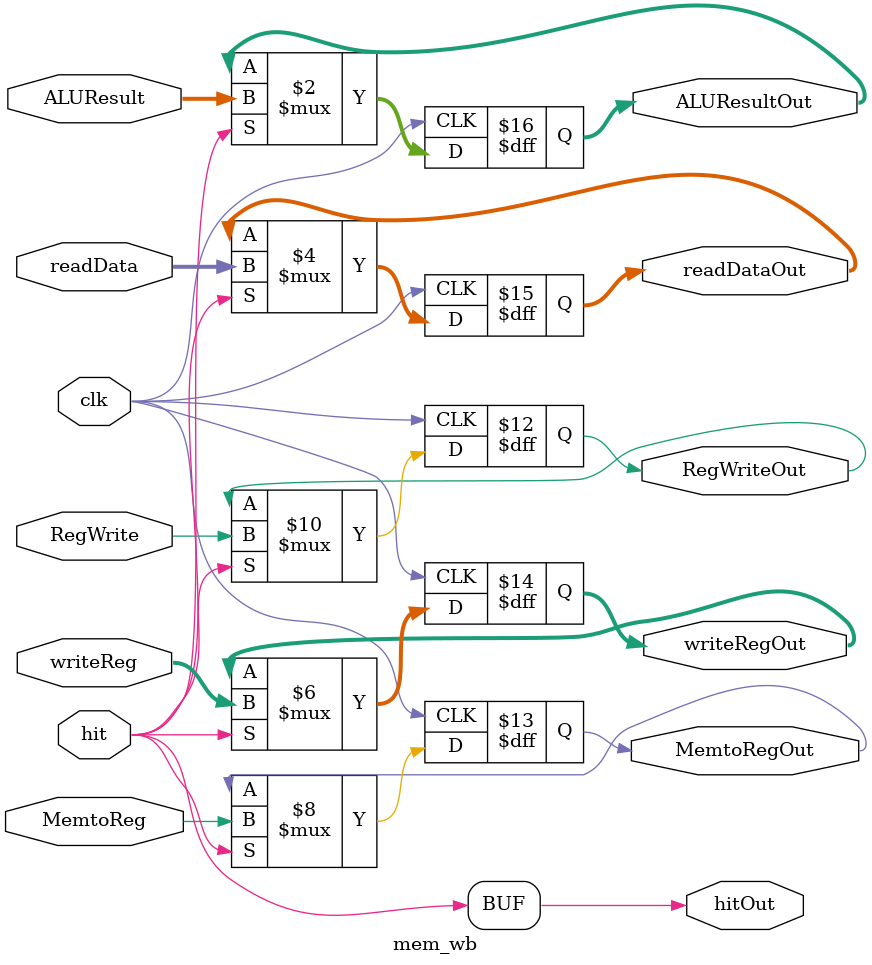
<source format=v>
`timescale 1ns / 1ps
module mem_wb(clk, hit, readData, ALUResult, writeReg, RegWrite, MemtoReg,hitOut, readDataOut,
				  ALUResultOut, writeRegOut, RegWriteOut,MemtoRegOut);

		input clk;
		input hit;
		input RegWrite;
		input MemtoReg;
		input [4:0] writeReg;
		input [31:0]readData;
		input [31:0]ALUResult;
		
		output     hitOut ;
		output reg RegWriteOut;
		output reg MemtoRegOut;
		output reg [4:0]  writeRegOut;
		output reg [31:0] readDataOut;
		output reg [31:0] ALUResultOut;
		
		assign hitOut = hit;
		
		always @(negedge clk)
			begin
				if(hit) 
					begin 
						MemtoRegOut  <= MemtoReg;
						RegWriteOut  <= RegWrite;
						writeRegOut  <= writeReg;
						readDataOut  <= readData;
						ALUResultOut <= ALUResult;		
					end
			end
endmodule

</source>
